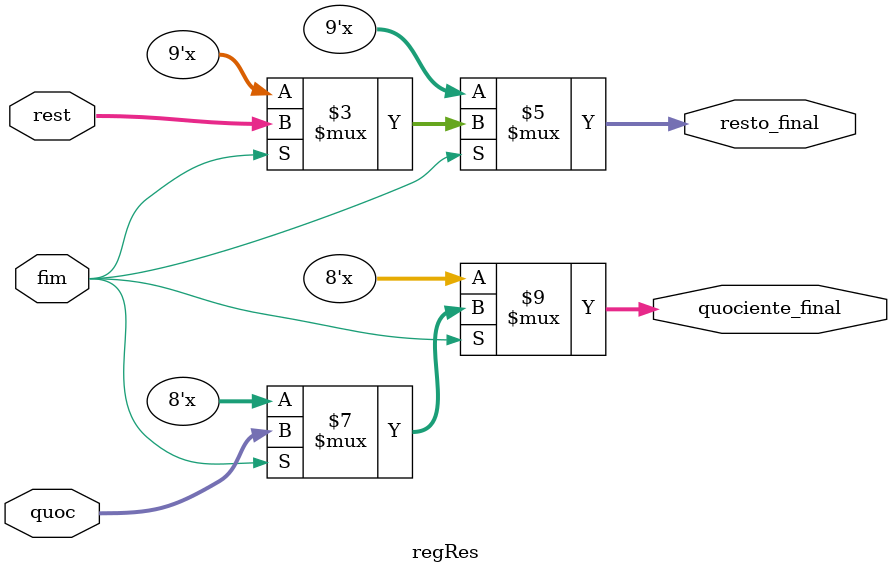
<source format=v>
module regRes(  quoc, rest, fim, quociente_final, resto_final);

input fim;
input [7:0] quoc;
input [8:0] rest;

output reg [7:0] quociente_final;
output reg [8:0] resto_final;

always @ (fim)
begin

	if (fim)
		 
			if(fim == 1'b1)
		begin
			quociente_final <= quoc;
			resto_final <= rest;
		end
end
endmodule	

	
</source>
